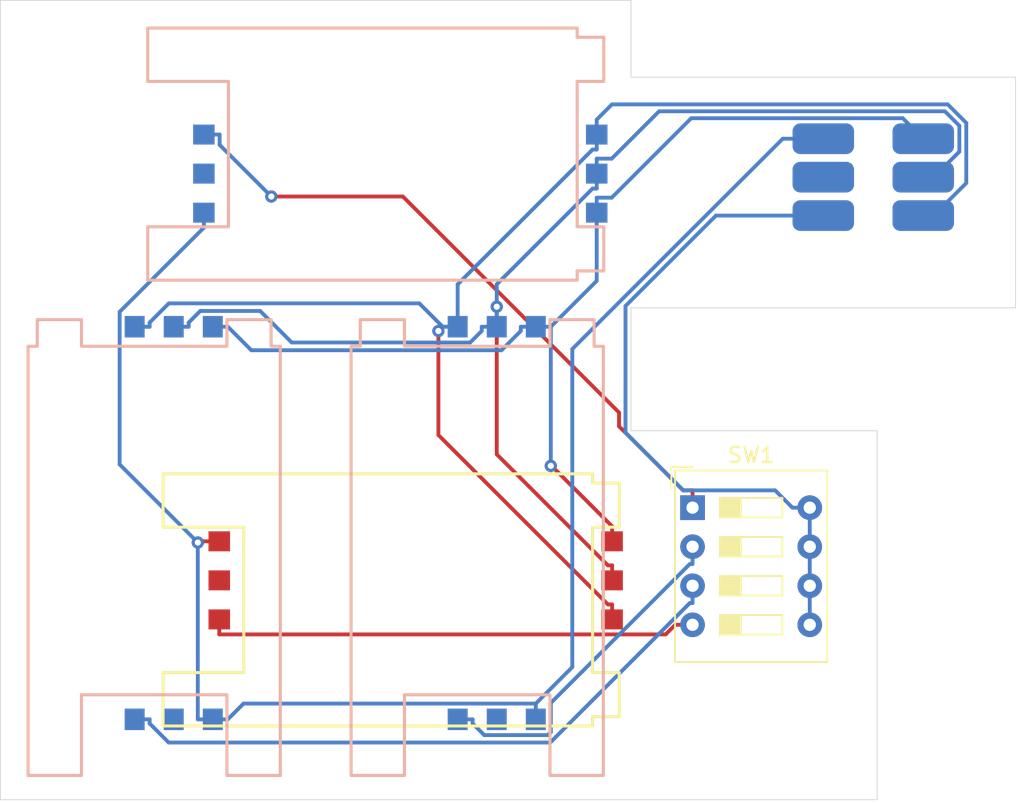
<source format=kicad_pcb>
(kicad_pcb (version 20171130) (host pcbnew 5.1.5+dfsg1-2build2)

  (general
    (thickness 1.6)
    (drawings 10)
    (tracks 129)
    (zones 0)
    (modules 6)
    (nets 15)
  )

  (page A4)
  (layers
    (0 F.Cu signal)
    (31 B.Cu signal)
    (32 B.Adhes user)
    (33 F.Adhes user)
    (34 B.Paste user)
    (35 F.Paste user)
    (36 B.SilkS user)
    (37 F.SilkS user)
    (38 B.Mask user)
    (39 F.Mask user)
    (40 Dwgs.User user)
    (41 Cmts.User user)
    (42 Eco1.User user)
    (43 Eco2.User user)
    (44 Edge.Cuts user)
    (45 Margin user)
    (46 B.CrtYd user)
    (47 F.CrtYd user)
    (48 B.Fab user)
    (49 F.Fab user)
  )

  (setup
    (last_trace_width 0.25)
    (trace_clearance 0.2)
    (zone_clearance 0.508)
    (zone_45_only no)
    (trace_min 0.2)
    (via_size 0.8)
    (via_drill 0.4)
    (via_min_size 0.4)
    (via_min_drill 0.3)
    (uvia_size 0.3)
    (uvia_drill 0.1)
    (uvias_allowed no)
    (uvia_min_size 0.2)
    (uvia_min_drill 0.1)
    (edge_width 0.05)
    (segment_width 0.2)
    (pcb_text_width 0.3)
    (pcb_text_size 1.5 1.5)
    (mod_edge_width 0.12)
    (mod_text_size 1 1)
    (mod_text_width 0.15)
    (pad_size 2 4)
    (pad_drill 0)
    (pad_to_mask_clearance 0.051)
    (solder_mask_min_width 0.25)
    (aux_axis_origin 0 0)
    (visible_elements FFFFFFFF)
    (pcbplotparams
      (layerselection 0x010fc_ffffffff)
      (usegerberextensions false)
      (usegerberattributes false)
      (usegerberadvancedattributes false)
      (creategerberjobfile false)
      (excludeedgelayer true)
      (linewidth 0.100000)
      (plotframeref false)
      (viasonmask false)
      (mode 1)
      (useauxorigin false)
      (hpglpennumber 1)
      (hpglpenspeed 20)
      (hpglpendiameter 15.000000)
      (psnegative false)
      (psa4output false)
      (plotreference true)
      (plotvalue true)
      (plotinvisibletext false)
      (padsonsilk false)
      (subtractmaskfromsilk false)
      (outputformat 1)
      (mirror false)
      (drillshape 1)
      (scaleselection 1)
      (outputdirectory ""))
  )

  (net 0 "")
  (net 1 "Net-(J1-PadC1)")
  (net 2 "Net-(J1-PadC2)")
  (net 3 "Net-(J1-PadC3)")
  (net 4 "Net-(J1-PadC5)")
  (net 5 "Net-(J1-PadC6)")
  (net 6 "Net-(J1-PadC7)")
  (net 7 "Net-(J2-PadC6)")
  (net 8 "Net-(J2-PadC7)")
  (net 9 "Net-(J3-PadC6)")
  (net 10 "Net-(J3-PadC7)")
  (net 11 "Net-(J4-Pad6)")
  (net 12 "Net-(J4-Pad7)")
  (net 13 "Net-(J5-PadC6)")
  (net 14 "Net-(J5-PadC7)")

  (net_class Default "Esta es la clase de red por defecto."
    (clearance 0.2)
    (trace_width 0.25)
    (via_dia 0.8)
    (via_drill 0.4)
    (uvia_dia 0.3)
    (uvia_drill 0.1)
    (add_net "Net-(J1-PadC1)")
    (add_net "Net-(J1-PadC2)")
    (add_net "Net-(J1-PadC3)")
    (add_net "Net-(J1-PadC5)")
    (add_net "Net-(J1-PadC6)")
    (add_net "Net-(J1-PadC7)")
    (add_net "Net-(J2-PadC6)")
    (add_net "Net-(J2-PadC7)")
    (add_net "Net-(J3-PadC6)")
    (add_net "Net-(J3-PadC7)")
    (add_net "Net-(J4-Pad6)")
    (add_net "Net-(J4-Pad7)")
    (add_net "Net-(J5-PadC6)")
    (add_net "Net-(J5-PadC7)")
  )

  (module Button_Switch_THT:SW_DIP_SPSTx04_Slide_9.78x12.34mm_W7.62mm_P2.54mm (layer F.Cu) (tedit 5A4E1404) (tstamp 61B9E789)
    (at 143 75)
    (descr "4x-dip-switch SPST , Slide, row spacing 7.62 mm (300 mils), body size 9.78x12.34mm (see e.g. https://www.ctscorp.com/wp-content/uploads/206-208.pdf)")
    (tags "DIP Switch SPST Slide 7.62mm 300mil")
    (path /61B939C0)
    (fp_text reference SW1 (at 3.81 -3.42) (layer F.SilkS)
      (effects (font (size 1 1) (thickness 0.15)))
    )
    (fp_text value SW_DIP (at 3.81 11.04) (layer F.Fab)
      (effects (font (size 1 1) (thickness 0.15)))
    )
    (fp_text user on (at 5.365 -1.4975) (layer F.Fab)
      (effects (font (size 0.8 0.8) (thickness 0.12)))
    )
    (fp_text user %R (at 7.27 3.81 90) (layer F.Fab)
      (effects (font (size 0.8 0.8) (thickness 0.12)))
    )
    (fp_line (start 8.95 -2.7) (end -1.35 -2.7) (layer F.CrtYd) (width 0.05))
    (fp_line (start 8.95 10.3) (end 8.95 -2.7) (layer F.CrtYd) (width 0.05))
    (fp_line (start -1.35 10.3) (end 8.95 10.3) (layer F.CrtYd) (width 0.05))
    (fp_line (start -1.35 -2.7) (end -1.35 10.3) (layer F.CrtYd) (width 0.05))
    (fp_line (start 3.133333 6.985) (end 3.133333 8.255) (layer F.SilkS) (width 0.12))
    (fp_line (start 1.78 8.185) (end 3.133333 8.185) (layer F.SilkS) (width 0.12))
    (fp_line (start 1.78 8.065) (end 3.133333 8.065) (layer F.SilkS) (width 0.12))
    (fp_line (start 1.78 7.945) (end 3.133333 7.945) (layer F.SilkS) (width 0.12))
    (fp_line (start 1.78 7.825) (end 3.133333 7.825) (layer F.SilkS) (width 0.12))
    (fp_line (start 1.78 7.705) (end 3.133333 7.705) (layer F.SilkS) (width 0.12))
    (fp_line (start 1.78 7.585) (end 3.133333 7.585) (layer F.SilkS) (width 0.12))
    (fp_line (start 1.78 7.465) (end 3.133333 7.465) (layer F.SilkS) (width 0.12))
    (fp_line (start 1.78 7.345) (end 3.133333 7.345) (layer F.SilkS) (width 0.12))
    (fp_line (start 1.78 7.225) (end 3.133333 7.225) (layer F.SilkS) (width 0.12))
    (fp_line (start 1.78 7.105) (end 3.133333 7.105) (layer F.SilkS) (width 0.12))
    (fp_line (start 5.84 6.985) (end 1.78 6.985) (layer F.SilkS) (width 0.12))
    (fp_line (start 5.84 8.255) (end 5.84 6.985) (layer F.SilkS) (width 0.12))
    (fp_line (start 1.78 8.255) (end 5.84 8.255) (layer F.SilkS) (width 0.12))
    (fp_line (start 1.78 6.985) (end 1.78 8.255) (layer F.SilkS) (width 0.12))
    (fp_line (start 3.133333 4.445) (end 3.133333 5.715) (layer F.SilkS) (width 0.12))
    (fp_line (start 1.78 5.645) (end 3.133333 5.645) (layer F.SilkS) (width 0.12))
    (fp_line (start 1.78 5.525) (end 3.133333 5.525) (layer F.SilkS) (width 0.12))
    (fp_line (start 1.78 5.405) (end 3.133333 5.405) (layer F.SilkS) (width 0.12))
    (fp_line (start 1.78 5.285) (end 3.133333 5.285) (layer F.SilkS) (width 0.12))
    (fp_line (start 1.78 5.165) (end 3.133333 5.165) (layer F.SilkS) (width 0.12))
    (fp_line (start 1.78 5.045) (end 3.133333 5.045) (layer F.SilkS) (width 0.12))
    (fp_line (start 1.78 4.925) (end 3.133333 4.925) (layer F.SilkS) (width 0.12))
    (fp_line (start 1.78 4.805) (end 3.133333 4.805) (layer F.SilkS) (width 0.12))
    (fp_line (start 1.78 4.685) (end 3.133333 4.685) (layer F.SilkS) (width 0.12))
    (fp_line (start 1.78 4.565) (end 3.133333 4.565) (layer F.SilkS) (width 0.12))
    (fp_line (start 5.84 4.445) (end 1.78 4.445) (layer F.SilkS) (width 0.12))
    (fp_line (start 5.84 5.715) (end 5.84 4.445) (layer F.SilkS) (width 0.12))
    (fp_line (start 1.78 5.715) (end 5.84 5.715) (layer F.SilkS) (width 0.12))
    (fp_line (start 1.78 4.445) (end 1.78 5.715) (layer F.SilkS) (width 0.12))
    (fp_line (start 3.133333 1.905) (end 3.133333 3.175) (layer F.SilkS) (width 0.12))
    (fp_line (start 1.78 3.105) (end 3.133333 3.105) (layer F.SilkS) (width 0.12))
    (fp_line (start 1.78 2.985) (end 3.133333 2.985) (layer F.SilkS) (width 0.12))
    (fp_line (start 1.78 2.865) (end 3.133333 2.865) (layer F.SilkS) (width 0.12))
    (fp_line (start 1.78 2.745) (end 3.133333 2.745) (layer F.SilkS) (width 0.12))
    (fp_line (start 1.78 2.625) (end 3.133333 2.625) (layer F.SilkS) (width 0.12))
    (fp_line (start 1.78 2.505) (end 3.133333 2.505) (layer F.SilkS) (width 0.12))
    (fp_line (start 1.78 2.385) (end 3.133333 2.385) (layer F.SilkS) (width 0.12))
    (fp_line (start 1.78 2.265) (end 3.133333 2.265) (layer F.SilkS) (width 0.12))
    (fp_line (start 1.78 2.145) (end 3.133333 2.145) (layer F.SilkS) (width 0.12))
    (fp_line (start 1.78 2.025) (end 3.133333 2.025) (layer F.SilkS) (width 0.12))
    (fp_line (start 5.84 1.905) (end 1.78 1.905) (layer F.SilkS) (width 0.12))
    (fp_line (start 5.84 3.175) (end 5.84 1.905) (layer F.SilkS) (width 0.12))
    (fp_line (start 1.78 3.175) (end 5.84 3.175) (layer F.SilkS) (width 0.12))
    (fp_line (start 1.78 1.905) (end 1.78 3.175) (layer F.SilkS) (width 0.12))
    (fp_line (start 3.133333 -0.635) (end 3.133333 0.635) (layer F.SilkS) (width 0.12))
    (fp_line (start 1.78 0.565) (end 3.133333 0.565) (layer F.SilkS) (width 0.12))
    (fp_line (start 1.78 0.445) (end 3.133333 0.445) (layer F.SilkS) (width 0.12))
    (fp_line (start 1.78 0.325) (end 3.133333 0.325) (layer F.SilkS) (width 0.12))
    (fp_line (start 1.78 0.205) (end 3.133333 0.205) (layer F.SilkS) (width 0.12))
    (fp_line (start 1.78 0.085) (end 3.133333 0.085) (layer F.SilkS) (width 0.12))
    (fp_line (start 1.78 -0.035) (end 3.133333 -0.035) (layer F.SilkS) (width 0.12))
    (fp_line (start 1.78 -0.155) (end 3.133333 -0.155) (layer F.SilkS) (width 0.12))
    (fp_line (start 1.78 -0.275) (end 3.133333 -0.275) (layer F.SilkS) (width 0.12))
    (fp_line (start 1.78 -0.395) (end 3.133333 -0.395) (layer F.SilkS) (width 0.12))
    (fp_line (start 1.78 -0.515) (end 3.133333 -0.515) (layer F.SilkS) (width 0.12))
    (fp_line (start 5.84 -0.635) (end 1.78 -0.635) (layer F.SilkS) (width 0.12))
    (fp_line (start 5.84 0.635) (end 5.84 -0.635) (layer F.SilkS) (width 0.12))
    (fp_line (start 1.78 0.635) (end 5.84 0.635) (layer F.SilkS) (width 0.12))
    (fp_line (start 1.78 -0.635) (end 1.78 0.635) (layer F.SilkS) (width 0.12))
    (fp_line (start -1.38 -2.66) (end -1.38 -1.277) (layer F.SilkS) (width 0.12))
    (fp_line (start -1.38 -2.66) (end 0.004 -2.66) (layer F.SilkS) (width 0.12))
    (fp_line (start 8.76 -2.42) (end 8.76 10.04) (layer F.SilkS) (width 0.12))
    (fp_line (start -1.14 -2.42) (end -1.14 10.04) (layer F.SilkS) (width 0.12))
    (fp_line (start -1.14 10.04) (end 8.76 10.04) (layer F.SilkS) (width 0.12))
    (fp_line (start -1.14 -2.42) (end 8.76 -2.42) (layer F.SilkS) (width 0.12))
    (fp_line (start 3.133333 6.985) (end 3.133333 8.255) (layer F.Fab) (width 0.1))
    (fp_line (start 1.78 8.185) (end 3.133333 8.185) (layer F.Fab) (width 0.1))
    (fp_line (start 1.78 8.085) (end 3.133333 8.085) (layer F.Fab) (width 0.1))
    (fp_line (start 1.78 7.985) (end 3.133333 7.985) (layer F.Fab) (width 0.1))
    (fp_line (start 1.78 7.885) (end 3.133333 7.885) (layer F.Fab) (width 0.1))
    (fp_line (start 1.78 7.785) (end 3.133333 7.785) (layer F.Fab) (width 0.1))
    (fp_line (start 1.78 7.685) (end 3.133333 7.685) (layer F.Fab) (width 0.1))
    (fp_line (start 1.78 7.585) (end 3.133333 7.585) (layer F.Fab) (width 0.1))
    (fp_line (start 1.78 7.485) (end 3.133333 7.485) (layer F.Fab) (width 0.1))
    (fp_line (start 1.78 7.385) (end 3.133333 7.385) (layer F.Fab) (width 0.1))
    (fp_line (start 1.78 7.285) (end 3.133333 7.285) (layer F.Fab) (width 0.1))
    (fp_line (start 1.78 7.185) (end 3.133333 7.185) (layer F.Fab) (width 0.1))
    (fp_line (start 1.78 7.085) (end 3.133333 7.085) (layer F.Fab) (width 0.1))
    (fp_line (start 5.84 6.985) (end 1.78 6.985) (layer F.Fab) (width 0.1))
    (fp_line (start 5.84 8.255) (end 5.84 6.985) (layer F.Fab) (width 0.1))
    (fp_line (start 1.78 8.255) (end 5.84 8.255) (layer F.Fab) (width 0.1))
    (fp_line (start 1.78 6.985) (end 1.78 8.255) (layer F.Fab) (width 0.1))
    (fp_line (start 3.133333 4.445) (end 3.133333 5.715) (layer F.Fab) (width 0.1))
    (fp_line (start 1.78 5.645) (end 3.133333 5.645) (layer F.Fab) (width 0.1))
    (fp_line (start 1.78 5.545) (end 3.133333 5.545) (layer F.Fab) (width 0.1))
    (fp_line (start 1.78 5.445) (end 3.133333 5.445) (layer F.Fab) (width 0.1))
    (fp_line (start 1.78 5.345) (end 3.133333 5.345) (layer F.Fab) (width 0.1))
    (fp_line (start 1.78 5.245) (end 3.133333 5.245) (layer F.Fab) (width 0.1))
    (fp_line (start 1.78 5.145) (end 3.133333 5.145) (layer F.Fab) (width 0.1))
    (fp_line (start 1.78 5.045) (end 3.133333 5.045) (layer F.Fab) (width 0.1))
    (fp_line (start 1.78 4.945) (end 3.133333 4.945) (layer F.Fab) (width 0.1))
    (fp_line (start 1.78 4.845) (end 3.133333 4.845) (layer F.Fab) (width 0.1))
    (fp_line (start 1.78 4.745) (end 3.133333 4.745) (layer F.Fab) (width 0.1))
    (fp_line (start 1.78 4.645) (end 3.133333 4.645) (layer F.Fab) (width 0.1))
    (fp_line (start 1.78 4.545) (end 3.133333 4.545) (layer F.Fab) (width 0.1))
    (fp_line (start 5.84 4.445) (end 1.78 4.445) (layer F.Fab) (width 0.1))
    (fp_line (start 5.84 5.715) (end 5.84 4.445) (layer F.Fab) (width 0.1))
    (fp_line (start 1.78 5.715) (end 5.84 5.715) (layer F.Fab) (width 0.1))
    (fp_line (start 1.78 4.445) (end 1.78 5.715) (layer F.Fab) (width 0.1))
    (fp_line (start 3.133333 1.905) (end 3.133333 3.175) (layer F.Fab) (width 0.1))
    (fp_line (start 1.78 3.105) (end 3.133333 3.105) (layer F.Fab) (width 0.1))
    (fp_line (start 1.78 3.005) (end 3.133333 3.005) (layer F.Fab) (width 0.1))
    (fp_line (start 1.78 2.905) (end 3.133333 2.905) (layer F.Fab) (width 0.1))
    (fp_line (start 1.78 2.805) (end 3.133333 2.805) (layer F.Fab) (width 0.1))
    (fp_line (start 1.78 2.705) (end 3.133333 2.705) (layer F.Fab) (width 0.1))
    (fp_line (start 1.78 2.605) (end 3.133333 2.605) (layer F.Fab) (width 0.1))
    (fp_line (start 1.78 2.505) (end 3.133333 2.505) (layer F.Fab) (width 0.1))
    (fp_line (start 1.78 2.405) (end 3.133333 2.405) (layer F.Fab) (width 0.1))
    (fp_line (start 1.78 2.305) (end 3.133333 2.305) (layer F.Fab) (width 0.1))
    (fp_line (start 1.78 2.205) (end 3.133333 2.205) (layer F.Fab) (width 0.1))
    (fp_line (start 1.78 2.105) (end 3.133333 2.105) (layer F.Fab) (width 0.1))
    (fp_line (start 1.78 2.005) (end 3.133333 2.005) (layer F.Fab) (width 0.1))
    (fp_line (start 5.84 1.905) (end 1.78 1.905) (layer F.Fab) (width 0.1))
    (fp_line (start 5.84 3.175) (end 5.84 1.905) (layer F.Fab) (width 0.1))
    (fp_line (start 1.78 3.175) (end 5.84 3.175) (layer F.Fab) (width 0.1))
    (fp_line (start 1.78 1.905) (end 1.78 3.175) (layer F.Fab) (width 0.1))
    (fp_line (start 3.133333 -0.635) (end 3.133333 0.635) (layer F.Fab) (width 0.1))
    (fp_line (start 1.78 0.565) (end 3.133333 0.565) (layer F.Fab) (width 0.1))
    (fp_line (start 1.78 0.465) (end 3.133333 0.465) (layer F.Fab) (width 0.1))
    (fp_line (start 1.78 0.365) (end 3.133333 0.365) (layer F.Fab) (width 0.1))
    (fp_line (start 1.78 0.265) (end 3.133333 0.265) (layer F.Fab) (width 0.1))
    (fp_line (start 1.78 0.165) (end 3.133333 0.165) (layer F.Fab) (width 0.1))
    (fp_line (start 1.78 0.065) (end 3.133333 0.065) (layer F.Fab) (width 0.1))
    (fp_line (start 1.78 -0.035) (end 3.133333 -0.035) (layer F.Fab) (width 0.1))
    (fp_line (start 1.78 -0.135) (end 3.133333 -0.135) (layer F.Fab) (width 0.1))
    (fp_line (start 1.78 -0.235) (end 3.133333 -0.235) (layer F.Fab) (width 0.1))
    (fp_line (start 1.78 -0.335) (end 3.133333 -0.335) (layer F.Fab) (width 0.1))
    (fp_line (start 1.78 -0.435) (end 3.133333 -0.435) (layer F.Fab) (width 0.1))
    (fp_line (start 1.78 -0.535) (end 3.133333 -0.535) (layer F.Fab) (width 0.1))
    (fp_line (start 5.84 -0.635) (end 1.78 -0.635) (layer F.Fab) (width 0.1))
    (fp_line (start 5.84 0.635) (end 5.84 -0.635) (layer F.Fab) (width 0.1))
    (fp_line (start 1.78 0.635) (end 5.84 0.635) (layer F.Fab) (width 0.1))
    (fp_line (start 1.78 -0.635) (end 1.78 0.635) (layer F.Fab) (width 0.1))
    (fp_line (start -1.08 -1.36) (end -0.08 -2.36) (layer F.Fab) (width 0.1))
    (fp_line (start -1.08 9.98) (end -1.08 -1.36) (layer F.Fab) (width 0.1))
    (fp_line (start 8.7 9.98) (end -1.08 9.98) (layer F.Fab) (width 0.1))
    (fp_line (start 8.7 -2.36) (end 8.7 9.98) (layer F.Fab) (width 0.1))
    (fp_line (start -0.08 -2.36) (end 8.7 -2.36) (layer F.Fab) (width 0.1))
    (pad 8 thru_hole oval (at 7.62 0) (size 1.6 1.6) (drill 0.8) (layers *.Cu *.Mask)
      (net 12 "Net-(J4-Pad7)"))
    (pad 4 thru_hole oval (at 0 7.62) (size 1.6 1.6) (drill 0.8) (layers *.Cu *.Mask)
      (net 14 "Net-(J5-PadC7)"))
    (pad 7 thru_hole oval (at 7.62 2.54) (size 1.6 1.6) (drill 0.8) (layers *.Cu *.Mask)
      (net 12 "Net-(J4-Pad7)"))
    (pad 3 thru_hole oval (at 0 5.08) (size 1.6 1.6) (drill 0.8) (layers *.Cu *.Mask)
      (net 10 "Net-(J3-PadC7)"))
    (pad 6 thru_hole oval (at 7.62 5.08) (size 1.6 1.6) (drill 0.8) (layers *.Cu *.Mask)
      (net 12 "Net-(J4-Pad7)"))
    (pad 2 thru_hole oval (at 0 2.54) (size 1.6 1.6) (drill 0.8) (layers *.Cu *.Mask)
      (net 8 "Net-(J2-PadC7)"))
    (pad 5 thru_hole oval (at 7.62 7.62) (size 1.6 1.6) (drill 0.8) (layers *.Cu *.Mask)
      (net 12 "Net-(J4-Pad7)"))
    (pad 1 thru_hole rect (at 0 0) (size 1.6 1.6) (drill 0.8) (layers *.Cu *.Mask)
      (net 6 "Net-(J1-PadC7)"))
    (model ${KISYS3DMOD}/Button_Switch_THT.3dshapes/SW_DIP_SPSTx04_Slide_9.78x12.34mm_W7.62mm_P2.54mm.wrl
      (at (xyz 0 0 0))
      (scale (xyz 1 1 1))
      (rotate (xyz 0 0 90))
    )
  )

  (module IoT-JOIN:GCT_SIM5060-6-0-26-00-X_REVC1 (layer B.Cu) (tedit 619286C4) (tstamp 61B81D84)
    (at 124 52 90)
    (path /61928C25)
    (fp_text reference J1 (at -3.795115 15.015535 90) (layer B.SilkS) hide
      (effects (font (size 1.600055 1.600055) (thickness 0.15)) (justify mirror))
    )
    (fp_text value SIM1 (at 0 -18.27946 90) (layer B.Fab)
      (effects (font (size 1.601795 1.601795) (thickness 0.15)) (justify mirror))
    )
    (fp_line (start 7.6 11.5) (end 8.2 11.5) (layer Dwgs.User) (width 0.1))
    (fp_line (start 4.73 13.23) (end 7.6 13.23) (layer Dwgs.User) (width 0.1))
    (fp_line (start 7.6 11.5) (end 7.6 13.23) (layer Dwgs.User) (width 0.1))
    (fp_line (start -8.2 -16.42) (end -4.73 -16.42) (layer Dwgs.User) (width 0.1))
    (fp_line (start -8.2 -16.42) (end -8.2 11.5) (layer Dwgs.User) (width 0.1))
    (fp_line (start -8.2 11.5) (end -7.6 11.5) (layer Dwgs.User) (width 0.1))
    (fp_line (start -7.6 11.5) (end -7.6 13.23) (layer Dwgs.User) (width 0.1))
    (fp_line (start 4.73 -16.42) (end 4.73 -11.175) (layer Dwgs.User) (width 0.1))
    (fp_line (start -4.73 -11.175) (end 4.73 -11.175) (layer Dwgs.User) (width 0.1))
    (fp_line (start 4.73 -16.42) (end 8.2 -16.42) (layer Dwgs.User) (width 0.1))
    (fp_line (start -7.6 13.23) (end -4.73 13.23) (layer Dwgs.User) (width 0.1))
    (fp_line (start -4.73 11.5) (end -4.73 13.23) (layer Dwgs.User) (width 0.1))
    (fp_line (start -4.73 11.5) (end 4.73 11.5) (layer Dwgs.User) (width 0.1))
    (fp_line (start -4.73 -16.42) (end -4.73 -11.175) (layer Dwgs.User) (width 0.1))
    (fp_line (start 8.2 -16.42) (end 8.2 11.5) (layer Dwgs.User) (width 0.1))
    (fp_line (start 4.73 11.5) (end 4.73 13.23) (layer Dwgs.User) (width 0.1))
    (fp_line (start -8.85 13.72) (end 8.85 13.72) (layer B.CrtYd) (width 0.05))
    (fp_line (start 0 -0.5) (end 0 0.5) (layer B.CrtYd) (width 0.1))
    (fp_line (start -0.5 0) (end 0.5 0) (layer B.CrtYd) (width 0.1))
    (fp_line (start -8.85 -16.67) (end 8.85 -16.67) (layer B.CrtYd) (width 0.05))
    (fp_line (start -8.85 -16.67) (end -8.85 13.72) (layer B.CrtYd) (width 0.05))
    (fp_line (start 8.85 -16.67) (end 8.85 13.72) (layer B.CrtYd) (width 0.05))
    (fp_line (start 7.6 11.5) (end 8.2 11.5) (layer B.SilkS) (width 0.2))
    (fp_line (start -8.2 -16.42) (end -4.73 -16.42) (layer B.SilkS) (width 0.2))
    (fp_line (start 4.73 13.23) (end 7.6 13.23) (layer B.SilkS) (width 0.2))
    (fp_line (start 7.6 11.5) (end 7.6 13.23) (layer B.SilkS) (width 0.2))
    (fp_line (start -8.2 11.5) (end -7.6 11.5) (layer B.SilkS) (width 0.2))
    (fp_line (start -7.6 11.5) (end -7.6 13.23) (layer B.SilkS) (width 0.2))
    (fp_line (start -8.2 -16.42) (end -8.2 11.5) (layer B.SilkS) (width 0.2))
    (fp_line (start 4.73 -16.42) (end 4.73 -11.175) (layer B.SilkS) (width 0.2))
    (fp_line (start -4.73 -11.175) (end 4.73 -11.175) (layer B.SilkS) (width 0.2))
    (fp_line (start 4.73 -16.42) (end 8.2 -16.42) (layer B.SilkS) (width 0.2))
    (fp_line (start -7.6 13.23) (end -4.73 13.23) (layer B.SilkS) (width 0.2))
    (fp_line (start -4.73 11.5) (end -4.73 13.23) (layer B.SilkS) (width 0.2))
    (fp_line (start -4.73 -16.42) (end -4.73 -11.175) (layer B.SilkS) (width 0.2))
    (fp_line (start -4.73 11.5) (end 4.73 11.5) (layer B.SilkS) (width 0.2))
    (fp_line (start 8.2 -16.42) (end 8.2 11.5) (layer B.SilkS) (width 0.2))
    (fp_line (start 4.73 11.5) (end 4.73 13.23) (layer B.SilkS) (width 0.2))
    (fp_poly (pts (xy -4.66 2.33) (xy -2.96 2.33) (xy -2.96 9.23) (xy -4.66 9.23)) (layer B.CrtYd) (width 0.254))
    (fp_poly (pts (xy 0.42 -9.23) (xy 2.12 -9.23) (xy 2.12 -2.33) (xy 0.42 -2.33)) (layer B.CrtYd) (width 0.254))
    (fp_poly (pts (xy -2.12 2.33) (xy -0.42 2.33) (xy -0.42 9.23) (xy -2.12 9.23)) (layer B.CrtYd) (width 0.254))
    (fp_poly (pts (xy -2.12 -9.23) (xy -0.42 -9.23) (xy -0.42 -2.33) (xy -2.12 -2.33)) (layer B.CrtYd) (width 0.254))
    (fp_poly (pts (xy 0.42 2.33) (xy 2.12 2.33) (xy 2.12 9.23) (xy 0.42 9.23)) (layer B.CrtYd) (width 0.254))
    (fp_poly (pts (xy -4.66 -9.23) (xy -2.96 -9.23) (xy -2.96 -2.33) (xy -4.66 -2.33)) (layer B.CrtYd) (width 0.254))
    (pad C1 smd rect (at -3.81 12.77 90) (size 1.3 1.4) (layers B.Cu B.Paste B.Mask)
      (net 1 "Net-(J1-PadC1)"))
    (pad C2 smd rect (at -1.27 12.77 90) (size 1.3 1.4) (layers B.Cu B.Paste B.Mask)
      (net 2 "Net-(J1-PadC2)"))
    (pad C3 smd rect (at 1.27 12.77 90) (size 1.3 1.4) (layers B.Cu B.Paste B.Mask)
      (net 3 "Net-(J1-PadC3)"))
    (pad C5 smd rect (at -3.81 -12.77 90) (size 1.3 1.4) (layers B.Cu B.Paste B.Mask)
      (net 4 "Net-(J1-PadC5)"))
    (pad C6 smd rect (at -1.27 -12.77 90) (size 1.3 1.4) (layers B.Cu B.Paste B.Mask)
      (net 5 "Net-(J1-PadC6)"))
    (pad C7 smd rect (at 1.27 -12.77 90) (size 1.3 1.4) (layers B.Cu B.Paste B.Mask)
      (net 6 "Net-(J1-PadC7)"))
  )

  (module IoT-JOIN:GCT_SIM5060-6-0-26-00-X_REVC1 (layer F.Cu) (tedit 619286C4) (tstamp 61B7F29E)
    (at 125 81 270)
    (path /61B7C701)
    (fp_text reference J5 (at -3.795115 -15.015535 270) (layer F.SilkS) hide
      (effects (font (size 1.600055 1.600055) (thickness 0.15)))
    )
    (fp_text value SIM4 (at -1.25 18 270) (layer F.Fab)
      (effects (font (size 1.601795 1.601795) (thickness 0.15)))
    )
    (fp_line (start 7.6 -11.5) (end 8.2 -11.5) (layer Dwgs.User) (width 0.1))
    (fp_line (start 4.73 -13.23) (end 7.6 -13.23) (layer Dwgs.User) (width 0.1))
    (fp_line (start 7.6 -11.5) (end 7.6 -13.23) (layer Dwgs.User) (width 0.1))
    (fp_line (start -8.2 16.42) (end -4.73 16.42) (layer Dwgs.User) (width 0.1))
    (fp_line (start -8.2 16.42) (end -8.2 -11.5) (layer Dwgs.User) (width 0.1))
    (fp_line (start -8.2 -11.5) (end -7.6 -11.5) (layer Dwgs.User) (width 0.1))
    (fp_line (start -7.6 -11.5) (end -7.6 -13.23) (layer Dwgs.User) (width 0.1))
    (fp_line (start 4.73 16.42) (end 4.73 11.175) (layer Dwgs.User) (width 0.1))
    (fp_line (start -4.73 11.175) (end 4.73 11.175) (layer Dwgs.User) (width 0.1))
    (fp_line (start 4.73 16.42) (end 8.2 16.42) (layer Dwgs.User) (width 0.1))
    (fp_line (start -7.6 -13.23) (end -4.73 -13.23) (layer Dwgs.User) (width 0.1))
    (fp_line (start -4.73 -11.5) (end -4.73 -13.23) (layer Dwgs.User) (width 0.1))
    (fp_line (start -4.73 -11.5) (end 4.73 -11.5) (layer Dwgs.User) (width 0.1))
    (fp_line (start -4.73 16.42) (end -4.73 11.175) (layer Dwgs.User) (width 0.1))
    (fp_line (start 8.2 16.42) (end 8.2 -11.5) (layer Dwgs.User) (width 0.1))
    (fp_line (start 4.73 -11.5) (end 4.73 -13.23) (layer Dwgs.User) (width 0.1))
    (fp_line (start -8.85 -13.72) (end 8.85 -13.72) (layer F.CrtYd) (width 0.05))
    (fp_line (start 0 0.5) (end 0 -0.5) (layer F.CrtYd) (width 0.1))
    (fp_line (start -0.5 0) (end 0.5 0) (layer F.CrtYd) (width 0.1))
    (fp_line (start -8.85 16.67) (end 8.85 16.67) (layer F.CrtYd) (width 0.05))
    (fp_line (start -8.85 16.67) (end -8.85 -13.72) (layer F.CrtYd) (width 0.05))
    (fp_line (start 8.85 16.67) (end 8.85 -13.72) (layer F.CrtYd) (width 0.05))
    (fp_line (start 7.6 -11.5) (end 8.2 -11.5) (layer F.SilkS) (width 0.2))
    (fp_line (start -8.2 16.42) (end -4.73 16.42) (layer F.SilkS) (width 0.2))
    (fp_line (start 4.73 -13.23) (end 7.6 -13.23) (layer F.SilkS) (width 0.2))
    (fp_line (start 7.6 -11.5) (end 7.6 -13.23) (layer F.SilkS) (width 0.2))
    (fp_line (start -8.2 -11.5) (end -7.6 -11.5) (layer F.SilkS) (width 0.2))
    (fp_line (start -7.6 -11.5) (end -7.6 -13.23) (layer F.SilkS) (width 0.2))
    (fp_line (start -8.2 16.42) (end -8.2 -11.5) (layer F.SilkS) (width 0.2))
    (fp_line (start 4.73 16.42) (end 4.73 11.175) (layer F.SilkS) (width 0.2))
    (fp_line (start -4.73 11.175) (end 4.73 11.175) (layer F.SilkS) (width 0.2))
    (fp_line (start 4.73 16.42) (end 8.2 16.42) (layer F.SilkS) (width 0.2))
    (fp_line (start -7.6 -13.23) (end -4.73 -13.23) (layer F.SilkS) (width 0.2))
    (fp_line (start -4.73 -11.5) (end -4.73 -13.23) (layer F.SilkS) (width 0.2))
    (fp_line (start -4.73 16.42) (end -4.73 11.175) (layer F.SilkS) (width 0.2))
    (fp_line (start -4.73 -11.5) (end 4.73 -11.5) (layer F.SilkS) (width 0.2))
    (fp_line (start 8.2 16.42) (end 8.2 -11.5) (layer F.SilkS) (width 0.2))
    (fp_line (start 4.73 -11.5) (end 4.73 -13.23) (layer F.SilkS) (width 0.2))
    (fp_poly (pts (xy -4.66 -2.33) (xy -2.96 -2.33) (xy -2.96 -9.23) (xy -4.66 -9.23)) (layer F.CrtYd) (width 0.254))
    (fp_poly (pts (xy 0.42 9.23) (xy 2.12 9.23) (xy 2.12 2.33) (xy 0.42 2.33)) (layer F.CrtYd) (width 0.254))
    (fp_poly (pts (xy -2.12 -2.33) (xy -0.42 -2.33) (xy -0.42 -9.23) (xy -2.12 -9.23)) (layer F.CrtYd) (width 0.254))
    (fp_poly (pts (xy -2.12 9.23) (xy -0.42 9.23) (xy -0.42 2.33) (xy -2.12 2.33)) (layer F.CrtYd) (width 0.254))
    (fp_poly (pts (xy 0.42 -2.33) (xy 2.12 -2.33) (xy 2.12 -9.23) (xy 0.42 -9.23)) (layer F.CrtYd) (width 0.254))
    (fp_poly (pts (xy -4.66 9.23) (xy -2.96 9.23) (xy -2.96 2.33) (xy -4.66 2.33)) (layer F.CrtYd) (width 0.254))
    (pad C1 smd rect (at -3.81 -12.77 270) (size 1.3 1.4) (layers F.Cu F.Paste F.Mask)
      (net 1 "Net-(J1-PadC1)"))
    (pad C2 smd rect (at -1.27 -12.77 270) (size 1.3 1.4) (layers F.Cu F.Paste F.Mask)
      (net 2 "Net-(J1-PadC2)"))
    (pad C3 smd rect (at 1.27 -12.77 270) (size 1.3 1.4) (layers F.Cu F.Paste F.Mask)
      (net 3 "Net-(J1-PadC3)"))
    (pad C5 smd rect (at -3.81 12.77 270) (size 1.3 1.4) (layers F.Cu F.Paste F.Mask)
      (net 4 "Net-(J1-PadC5)"))
    (pad C6 smd rect (at -1.27 12.77 270) (size 1.3 1.4) (layers F.Cu F.Paste F.Mask)
      (net 13 "Net-(J5-PadC6)"))
    (pad C7 smd rect (at 1.27 12.77 270) (size 1.3 1.4) (layers F.Cu F.Paste F.Mask)
      (net 14 "Net-(J5-PadC7)"))
  )

  (module IoT-JOIN:SIM_CARD (layer B.Cu) (tedit 61B3D3DE) (tstamp 61B9E156)
    (at 164 47 270)
    (path /6192BD50)
    (fp_text reference J4 (at -3 10.5 270) (layer B.SilkS) hide
      (effects (font (size 1.600055 1.600055) (thickness 0.15)) (justify mirror))
    )
    (fp_text value SIM_Card (at 7 20 270) (layer B.Fab)
      (effects (font (size 1.601795 1.601795) (thickness 0.15)) (justify mirror))
    )
    (fp_line (start 15 0) (end 0 0) (layer B.CrtYd) (width 0.12))
    (fp_line (start 15 22) (end 15 0) (layer B.CrtYd) (width 0.12))
    (fp_line (start 12 25) (end 15 22) (layer B.CrtYd) (width 0.12))
    (fp_line (start 0 25) (end 12 25) (layer B.CrtYd) (width 0.12))
    (fp_line (start 0 0) (end 0 25) (layer B.CrtYd) (width 0.12))
    (fp_line (start 0 -0.5) (end 0 0.5) (layer B.CrtYd) (width 0.1))
    (fp_line (start -0.5 0) (end 0.5 0) (layer B.CrtYd) (width 0.1))
    (pad 1 connect roundrect (at 4 6 270) (size 2 4) (layers B.Cu B.Mask) (roundrect_rratio 0.25)
      (net 1 "Net-(J1-PadC1)"))
    (pad 2 connect roundrect (at 6.5 6 270) (size 2 4) (layers B.Cu B.Mask) (roundrect_rratio 0.25)
      (net 2 "Net-(J1-PadC2)"))
    (pad 3 connect roundrect (at 9 6 270) (size 2 4) (layers B.Cu B.Mask) (roundrect_rratio 0.25)
      (net 3 "Net-(J1-PadC3)"))
    (pad 5 connect roundrect (at 4 12.5 270) (size 2 4) (layers B.Cu B.Mask) (roundrect_rratio 0.25)
      (net 4 "Net-(J1-PadC5)"))
    (pad 6 connect roundrect (at 6.5 12.5 270) (size 2 4) (layers B.Cu B.Mask) (roundrect_rratio 0.25)
      (net 11 "Net-(J4-Pad6)"))
    (pad 7 connect roundrect (at 9 12.5 270) (size 2 4) (layers B.Cu B.Mask) (roundrect_rratio 0.25)
      (net 12 "Net-(J4-Pad7)"))
  )

  (module IoT-JOIN:GCT_SIM5060-6-0-26-00-X_REVC1 (layer B.Cu) (tedit 619286C4) (tstamp 61B7F257)
    (at 108 76 180)
    (path /619299C5)
    (fp_text reference J3 (at -3.795115 15.015535) (layer B.SilkS) hide
      (effects (font (size 1.600055 1.600055) (thickness 0.15)) (justify mirror))
    )
    (fp_text value SIM3 (at 0 -17) (layer B.Fab)
      (effects (font (size 1.601795 1.601795) (thickness 0.15)) (justify mirror))
    )
    (fp_line (start 7.6 11.5) (end 8.2 11.5) (layer Dwgs.User) (width 0.1))
    (fp_line (start 4.73 13.23) (end 7.6 13.23) (layer Dwgs.User) (width 0.1))
    (fp_line (start 7.6 11.5) (end 7.6 13.23) (layer Dwgs.User) (width 0.1))
    (fp_line (start -8.2 -16.42) (end -4.73 -16.42) (layer Dwgs.User) (width 0.1))
    (fp_line (start -8.2 -16.42) (end -8.2 11.5) (layer Dwgs.User) (width 0.1))
    (fp_line (start -8.2 11.5) (end -7.6 11.5) (layer Dwgs.User) (width 0.1))
    (fp_line (start -7.6 11.5) (end -7.6 13.23) (layer Dwgs.User) (width 0.1))
    (fp_line (start 4.73 -16.42) (end 4.73 -11.175) (layer Dwgs.User) (width 0.1))
    (fp_line (start -4.73 -11.175) (end 4.73 -11.175) (layer Dwgs.User) (width 0.1))
    (fp_line (start 4.73 -16.42) (end 8.2 -16.42) (layer Dwgs.User) (width 0.1))
    (fp_line (start -7.6 13.23) (end -4.73 13.23) (layer Dwgs.User) (width 0.1))
    (fp_line (start -4.73 11.5) (end -4.73 13.23) (layer Dwgs.User) (width 0.1))
    (fp_line (start -4.73 11.5) (end 4.73 11.5) (layer Dwgs.User) (width 0.1))
    (fp_line (start -4.73 -16.42) (end -4.73 -11.175) (layer Dwgs.User) (width 0.1))
    (fp_line (start 8.2 -16.42) (end 8.2 11.5) (layer Dwgs.User) (width 0.1))
    (fp_line (start 4.73 11.5) (end 4.73 13.23) (layer Dwgs.User) (width 0.1))
    (fp_line (start -8.85 13.72) (end 8.85 13.72) (layer B.CrtYd) (width 0.05))
    (fp_line (start 0 -0.5) (end 0 0.5) (layer B.CrtYd) (width 0.1))
    (fp_line (start -0.5 0) (end 0.5 0) (layer B.CrtYd) (width 0.1))
    (fp_line (start -8.85 -16.67) (end 8.85 -16.67) (layer B.CrtYd) (width 0.05))
    (fp_line (start -8.85 -16.67) (end -8.85 13.72) (layer B.CrtYd) (width 0.05))
    (fp_line (start 8.85 -16.67) (end 8.85 13.72) (layer B.CrtYd) (width 0.05))
    (fp_line (start 7.6 11.5) (end 8.2 11.5) (layer B.SilkS) (width 0.2))
    (fp_line (start -8.2 -16.42) (end -4.73 -16.42) (layer B.SilkS) (width 0.2))
    (fp_line (start 4.73 13.23) (end 7.6 13.23) (layer B.SilkS) (width 0.2))
    (fp_line (start 7.6 11.5) (end 7.6 13.23) (layer B.SilkS) (width 0.2))
    (fp_line (start -8.2 11.5) (end -7.6 11.5) (layer B.SilkS) (width 0.2))
    (fp_line (start -7.6 11.5) (end -7.6 13.23) (layer B.SilkS) (width 0.2))
    (fp_line (start -8.2 -16.42) (end -8.2 11.5) (layer B.SilkS) (width 0.2))
    (fp_line (start 4.73 -16.42) (end 4.73 -11.175) (layer B.SilkS) (width 0.2))
    (fp_line (start -4.73 -11.175) (end 4.73 -11.175) (layer B.SilkS) (width 0.2))
    (fp_line (start 4.73 -16.42) (end 8.2 -16.42) (layer B.SilkS) (width 0.2))
    (fp_line (start -7.6 13.23) (end -4.73 13.23) (layer B.SilkS) (width 0.2))
    (fp_line (start -4.73 11.5) (end -4.73 13.23) (layer B.SilkS) (width 0.2))
    (fp_line (start -4.73 -16.42) (end -4.73 -11.175) (layer B.SilkS) (width 0.2))
    (fp_line (start -4.73 11.5) (end 4.73 11.5) (layer B.SilkS) (width 0.2))
    (fp_line (start 8.2 -16.42) (end 8.2 11.5) (layer B.SilkS) (width 0.2))
    (fp_line (start 4.73 11.5) (end 4.73 13.23) (layer B.SilkS) (width 0.2))
    (fp_poly (pts (xy -4.66 2.33) (xy -2.96 2.33) (xy -2.96 9.23) (xy -4.66 9.23)) (layer B.CrtYd) (width 0.254))
    (fp_poly (pts (xy 0.42 -9.23) (xy 2.12 -9.23) (xy 2.12 -2.33) (xy 0.42 -2.33)) (layer B.CrtYd) (width 0.254))
    (fp_poly (pts (xy -2.12 2.33) (xy -0.42 2.33) (xy -0.42 9.23) (xy -2.12 9.23)) (layer B.CrtYd) (width 0.254))
    (fp_poly (pts (xy -2.12 -9.23) (xy -0.42 -9.23) (xy -0.42 -2.33) (xy -2.12 -2.33)) (layer B.CrtYd) (width 0.254))
    (fp_poly (pts (xy 0.42 2.33) (xy 2.12 2.33) (xy 2.12 9.23) (xy 0.42 9.23)) (layer B.CrtYd) (width 0.254))
    (fp_poly (pts (xy -4.66 -9.23) (xy -2.96 -9.23) (xy -2.96 -2.33) (xy -4.66 -2.33)) (layer B.CrtYd) (width 0.254))
    (pad C1 smd rect (at -3.81 12.77 180) (size 1.3 1.4) (layers B.Cu B.Paste B.Mask)
      (net 1 "Net-(J1-PadC1)"))
    (pad C2 smd rect (at -1.27 12.77 180) (size 1.3 1.4) (layers B.Cu B.Paste B.Mask)
      (net 2 "Net-(J1-PadC2)"))
    (pad C3 smd rect (at 1.27 12.77 180) (size 1.3 1.4) (layers B.Cu B.Paste B.Mask)
      (net 3 "Net-(J1-PadC3)"))
    (pad C5 smd rect (at -3.81 -12.77 180) (size 1.3 1.4) (layers B.Cu B.Paste B.Mask)
      (net 4 "Net-(J1-PadC5)"))
    (pad C6 smd rect (at -1.27 -12.77 180) (size 1.3 1.4) (layers B.Cu B.Paste B.Mask)
      (net 9 "Net-(J3-PadC6)"))
    (pad C7 smd rect (at 1.27 -12.77 180) (size 1.3 1.4) (layers B.Cu B.Paste B.Mask)
      (net 10 "Net-(J3-PadC7)"))
  )

  (module IoT-JOIN:GCT_SIM5060-6-0-26-00-X_REVC1 (layer B.Cu) (tedit 619286C4) (tstamp 61B7F221)
    (at 129 76 180)
    (path /619294E0)
    (fp_text reference J2 (at -3.795115 15.015535) (layer B.SilkS) hide
      (effects (font (size 1.600055 1.600055) (thickness 0.15)) (justify mirror))
    )
    (fp_text value SIM2 (at 0 -17) (layer B.Fab)
      (effects (font (size 1.601795 1.601795) (thickness 0.15)) (justify mirror))
    )
    (fp_line (start 7.6 11.5) (end 8.2 11.5) (layer Dwgs.User) (width 0.1))
    (fp_line (start 4.73 13.23) (end 7.6 13.23) (layer Dwgs.User) (width 0.1))
    (fp_line (start 7.6 11.5) (end 7.6 13.23) (layer Dwgs.User) (width 0.1))
    (fp_line (start -8.2 -16.42) (end -4.73 -16.42) (layer Dwgs.User) (width 0.1))
    (fp_line (start -8.2 -16.42) (end -8.2 11.5) (layer Dwgs.User) (width 0.1))
    (fp_line (start -8.2 11.5) (end -7.6 11.5) (layer Dwgs.User) (width 0.1))
    (fp_line (start -7.6 11.5) (end -7.6 13.23) (layer Dwgs.User) (width 0.1))
    (fp_line (start 4.73 -16.42) (end 4.73 -11.175) (layer Dwgs.User) (width 0.1))
    (fp_line (start -4.73 -11.175) (end 4.73 -11.175) (layer Dwgs.User) (width 0.1))
    (fp_line (start 4.73 -16.42) (end 8.2 -16.42) (layer Dwgs.User) (width 0.1))
    (fp_line (start -7.6 13.23) (end -4.73 13.23) (layer Dwgs.User) (width 0.1))
    (fp_line (start -4.73 11.5) (end -4.73 13.23) (layer Dwgs.User) (width 0.1))
    (fp_line (start -4.73 11.5) (end 4.73 11.5) (layer Dwgs.User) (width 0.1))
    (fp_line (start -4.73 -16.42) (end -4.73 -11.175) (layer Dwgs.User) (width 0.1))
    (fp_line (start 8.2 -16.42) (end 8.2 11.5) (layer Dwgs.User) (width 0.1))
    (fp_line (start 4.73 11.5) (end 4.73 13.23) (layer Dwgs.User) (width 0.1))
    (fp_line (start -8.85 13.72) (end 8.85 13.72) (layer B.CrtYd) (width 0.05))
    (fp_line (start 0 -0.5) (end 0 0.5) (layer B.CrtYd) (width 0.1))
    (fp_line (start -0.5 0) (end 0.5 0) (layer B.CrtYd) (width 0.1))
    (fp_line (start -8.85 -16.67) (end 8.85 -16.67) (layer B.CrtYd) (width 0.05))
    (fp_line (start -8.85 -16.67) (end -8.85 13.72) (layer B.CrtYd) (width 0.05))
    (fp_line (start 8.85 -16.67) (end 8.85 13.72) (layer B.CrtYd) (width 0.05))
    (fp_line (start 7.6 11.5) (end 8.2 11.5) (layer B.SilkS) (width 0.2))
    (fp_line (start -8.2 -16.42) (end -4.73 -16.42) (layer B.SilkS) (width 0.2))
    (fp_line (start 4.73 13.23) (end 7.6 13.23) (layer B.SilkS) (width 0.2))
    (fp_line (start 7.6 11.5) (end 7.6 13.23) (layer B.SilkS) (width 0.2))
    (fp_line (start -8.2 11.5) (end -7.6 11.5) (layer B.SilkS) (width 0.2))
    (fp_line (start -7.6 11.5) (end -7.6 13.23) (layer B.SilkS) (width 0.2))
    (fp_line (start -8.2 -16.42) (end -8.2 11.5) (layer B.SilkS) (width 0.2))
    (fp_line (start 4.73 -16.42) (end 4.73 -11.175) (layer B.SilkS) (width 0.2))
    (fp_line (start -4.73 -11.175) (end 4.73 -11.175) (layer B.SilkS) (width 0.2))
    (fp_line (start 4.73 -16.42) (end 8.2 -16.42) (layer B.SilkS) (width 0.2))
    (fp_line (start -7.6 13.23) (end -4.73 13.23) (layer B.SilkS) (width 0.2))
    (fp_line (start -4.73 11.5) (end -4.73 13.23) (layer B.SilkS) (width 0.2))
    (fp_line (start -4.73 -16.42) (end -4.73 -11.175) (layer B.SilkS) (width 0.2))
    (fp_line (start -4.73 11.5) (end 4.73 11.5) (layer B.SilkS) (width 0.2))
    (fp_line (start 8.2 -16.42) (end 8.2 11.5) (layer B.SilkS) (width 0.2))
    (fp_line (start 4.73 11.5) (end 4.73 13.23) (layer B.SilkS) (width 0.2))
    (fp_poly (pts (xy -4.66 2.33) (xy -2.96 2.33) (xy -2.96 9.23) (xy -4.66 9.23)) (layer B.CrtYd) (width 0.254))
    (fp_poly (pts (xy 0.42 -9.23) (xy 2.12 -9.23) (xy 2.12 -2.33) (xy 0.42 -2.33)) (layer B.CrtYd) (width 0.254))
    (fp_poly (pts (xy -2.12 2.33) (xy -0.42 2.33) (xy -0.42 9.23) (xy -2.12 9.23)) (layer B.CrtYd) (width 0.254))
    (fp_poly (pts (xy -2.12 -9.23) (xy -0.42 -9.23) (xy -0.42 -2.33) (xy -2.12 -2.33)) (layer B.CrtYd) (width 0.254))
    (fp_poly (pts (xy 0.42 2.33) (xy 2.12 2.33) (xy 2.12 9.23) (xy 0.42 9.23)) (layer B.CrtYd) (width 0.254))
    (fp_poly (pts (xy -4.66 -9.23) (xy -2.96 -9.23) (xy -2.96 -2.33) (xy -4.66 -2.33)) (layer B.CrtYd) (width 0.254))
    (pad C1 smd rect (at -3.81 12.77 180) (size 1.3 1.4) (layers B.Cu B.Paste B.Mask)
      (net 1 "Net-(J1-PadC1)"))
    (pad C2 smd rect (at -1.27 12.77 180) (size 1.3 1.4) (layers B.Cu B.Paste B.Mask)
      (net 2 "Net-(J1-PadC2)"))
    (pad C3 smd rect (at 1.27 12.77 180) (size 1.3 1.4) (layers B.Cu B.Paste B.Mask)
      (net 3 "Net-(J1-PadC3)"))
    (pad C5 smd rect (at -3.81 -12.77 180) (size 1.3 1.4) (layers B.Cu B.Paste B.Mask)
      (net 4 "Net-(J1-PadC5)"))
    (pad C6 smd rect (at -1.27 -12.77 180) (size 1.3 1.4) (layers B.Cu B.Paste B.Mask)
      (net 7 "Net-(J2-PadC6)"))
    (pad C7 smd rect (at 1.27 -12.77 180) (size 1.3 1.4) (layers B.Cu B.Paste B.Mask)
      (net 8 "Net-(J2-PadC7)"))
  )

  (gr_line (start 139 42) (end 139 47) (layer Edge.Cuts) (width 0.05) (tstamp 61B9E228))
  (gr_line (start 98 42) (end 139 42) (layer Edge.Cuts) (width 0.05))
  (gr_line (start 98 94) (end 98 42) (layer Edge.Cuts) (width 0.05))
  (gr_line (start 155 94) (end 98 94) (layer Edge.Cuts) (width 0.05))
  (gr_line (start 155 70) (end 155 94) (layer Edge.Cuts) (width 0.05))
  (gr_line (start 139 70) (end 155 70) (layer Edge.Cuts) (width 0.05))
  (gr_line (start 139 62) (end 139 70) (layer Edge.Cuts) (width 0.05))
  (gr_line (start 164 62) (end 139 62) (layer Edge.Cuts) (width 0.05))
  (gr_line (start 164 47) (end 164 62) (layer Edge.Cuts) (width 0.05))
  (gr_line (start 139 47) (end 164 47) (layer Edge.Cuts) (width 0.05))

  (segment (start 136.77 55.81) (end 136.77 54.8347) (width 0.25) (layer B.Cu) (net 1))
  (segment (start 158 51) (end 156.6652 49.6652) (width 0.25) (layer B.Cu) (net 1))
  (segment (start 156.6652 49.6652) (end 142.9148 49.6652) (width 0.25) (layer B.Cu) (net 1))
  (segment (start 142.9148 49.6652) (end 137.7453 54.8347) (width 0.25) (layer B.Cu) (net 1))
  (segment (start 137.7453 54.8347) (end 136.77 54.8347) (width 0.25) (layer B.Cu) (net 1))
  (segment (start 136.77 55.81) (end 136.77 60.2453) (width 0.25) (layer B.Cu) (net 1))
  (segment (start 136.77 60.2453) (end 133.7853 63.23) (width 0.25) (layer B.Cu) (net 1))
  (segment (start 137.77 76.2147) (end 133.8373 72.282) (width 0.25) (layer F.Cu) (net 1))
  (segment (start 133.8373 72.282) (end 133.7853 72.282) (width 0.25) (layer F.Cu) (net 1))
  (segment (start 133.7853 63.23) (end 133.7853 72.282) (width 0.25) (layer B.Cu) (net 1))
  (segment (start 137.77 77.19) (end 137.77 76.2147) (width 0.25) (layer F.Cu) (net 1))
  (segment (start 132.81 63.23) (end 131.8347 63.23) (width 0.25) (layer B.Cu) (net 1))
  (segment (start 111.81 63.23) (end 112.7853 63.23) (width 0.25) (layer B.Cu) (net 1))
  (segment (start 112.7853 63.23) (end 114.3136 64.7583) (width 0.25) (layer B.Cu) (net 1))
  (segment (start 114.3136 64.7583) (end 130.5807 64.7583) (width 0.25) (layer B.Cu) (net 1))
  (segment (start 130.5807 64.7583) (end 131.8347 63.5043) (width 0.25) (layer B.Cu) (net 1))
  (segment (start 131.8347 63.5043) (end 131.8347 63.23) (width 0.25) (layer B.Cu) (net 1))
  (segment (start 132.81 63.23) (end 133.7853 63.23) (width 0.25) (layer B.Cu) (net 1))
  (via (at 133.7853 72.282) (size 0.8) (layers F.Cu B.Cu) (net 1))
  (segment (start 158 53.5) (end 158.6865 53.5) (width 0.25) (layer B.Cu) (net 2))
  (segment (start 158.6865 53.5) (end 160.3441 51.8424) (width 0.25) (layer B.Cu) (net 2))
  (segment (start 160.3441 51.8424) (end 160.3441 50.155) (width 0.25) (layer B.Cu) (net 2))
  (segment (start 160.3441 50.155) (end 159.4039 49.2148) (width 0.25) (layer B.Cu) (net 2))
  (segment (start 159.4039 49.2148) (end 140.8252 49.2148) (width 0.25) (layer B.Cu) (net 2))
  (segment (start 140.8252 49.2148) (end 137.7453 52.2947) (width 0.25) (layer B.Cu) (net 2))
  (segment (start 137.7453 52.2947) (end 136.77 52.2947) (width 0.25) (layer B.Cu) (net 2))
  (segment (start 136.77 53.27) (end 136.77 52.2947) (width 0.25) (layer B.Cu) (net 2))
  (segment (start 130.27 63.23) (end 129.2947 63.23) (width 0.25) (layer B.Cu) (net 2))
  (segment (start 129.2947 63.23) (end 129.2947 63.5043) (width 0.25) (layer B.Cu) (net 2))
  (segment (start 129.2947 63.5043) (end 128.5436 64.2554) (width 0.25) (layer B.Cu) (net 2))
  (segment (start 128.5436 64.2554) (end 116.9405 64.2554) (width 0.25) (layer B.Cu) (net 2))
  (segment (start 116.9405 64.2554) (end 114.8897 62.2046) (width 0.25) (layer B.Cu) (net 2))
  (segment (start 114.8897 62.2046) (end 110.9964 62.2046) (width 0.25) (layer B.Cu) (net 2))
  (segment (start 110.9964 62.2046) (end 110.2453 62.9557) (width 0.25) (layer B.Cu) (net 2))
  (segment (start 110.2453 62.9557) (end 110.2453 63.23) (width 0.25) (layer B.Cu) (net 2))
  (segment (start 130.27 63.23) (end 130.27 61.9289) (width 0.25) (layer B.Cu) (net 2))
  (segment (start 109.27 63.23) (end 110.2453 63.23) (width 0.25) (layer B.Cu) (net 2))
  (segment (start 136.77 53.27) (end 136.77 54.2453) (width 0.25) (layer B.Cu) (net 2))
  (segment (start 130.27 61.9289) (end 130.27 60.471) (width 0.25) (layer B.Cu) (net 2))
  (segment (start 130.27 60.471) (end 136.4957 54.2453) (width 0.25) (layer B.Cu) (net 2))
  (segment (start 136.4957 54.2453) (end 136.77 54.2453) (width 0.25) (layer B.Cu) (net 2))
  (segment (start 137.77 78.7547) (end 137.4957 78.7547) (width 0.25) (layer F.Cu) (net 2))
  (segment (start 137.4957 78.7547) (end 130.27 71.529) (width 0.25) (layer F.Cu) (net 2))
  (segment (start 130.27 71.529) (end 130.27 61.9289) (width 0.25) (layer F.Cu) (net 2))
  (segment (start 137.77 79.73) (end 137.77 78.7547) (width 0.25) (layer F.Cu) (net 2))
  (via (at 130.27 61.9289) (size 0.8) (layers F.Cu B.Cu) (net 2))
  (segment (start 158 56) (end 158.6802 56) (width 0.25) (layer B.Cu) (net 3))
  (segment (start 158.6802 56) (end 160.7945 53.8857) (width 0.25) (layer B.Cu) (net 3))
  (segment (start 160.7945 53.8857) (end 160.7945 49.9685) (width 0.25) (layer B.Cu) (net 3))
  (segment (start 160.7945 49.9685) (end 159.5904 48.7644) (width 0.25) (layer B.Cu) (net 3))
  (segment (start 159.5904 48.7644) (end 137.7603 48.7644) (width 0.25) (layer B.Cu) (net 3))
  (segment (start 137.7603 48.7644) (end 136.77 49.7547) (width 0.25) (layer B.Cu) (net 3))
  (segment (start 136.77 50.73) (end 136.77 49.7547) (width 0.25) (layer B.Cu) (net 3))
  (segment (start 106.73 63.23) (end 107.7053 63.23) (width 0.25) (layer B.Cu) (net 3))
  (segment (start 126.7547 63.23) (end 125.2369 61.7122) (width 0.25) (layer B.Cu) (net 3))
  (segment (start 125.2369 61.7122) (end 108.9488 61.7122) (width 0.25) (layer B.Cu) (net 3))
  (segment (start 108.9488 61.7122) (end 107.7053 62.9557) (width 0.25) (layer B.Cu) (net 3))
  (segment (start 107.7053 62.9557) (end 107.7053 63.23) (width 0.25) (layer B.Cu) (net 3))
  (segment (start 136.77 50.73) (end 136.77 51.7053) (width 0.25) (layer B.Cu) (net 3))
  (segment (start 136.77 51.7053) (end 136.4957 51.7053) (width 0.25) (layer B.Cu) (net 3))
  (segment (start 136.4957 51.7053) (end 127.73 60.471) (width 0.25) (layer B.Cu) (net 3))
  (segment (start 127.73 60.471) (end 127.73 63.23) (width 0.25) (layer B.Cu) (net 3))
  (segment (start 127.73 63.23) (end 126.7547 63.23) (width 0.25) (layer B.Cu) (net 3))
  (segment (start 137.77 81.2947) (end 137.4957 81.2947) (width 0.25) (layer F.Cu) (net 3))
  (segment (start 137.4957 81.2947) (end 126.4764 70.2754) (width 0.25) (layer F.Cu) (net 3))
  (segment (start 126.4764 70.2754) (end 126.4764 63.5083) (width 0.25) (layer F.Cu) (net 3))
  (segment (start 126.7547 63.23) (end 126.4764 63.5083) (width 0.25) (layer B.Cu) (net 3))
  (segment (start 137.77 82.27) (end 137.77 81.2947) (width 0.25) (layer F.Cu) (net 3))
  (via (at 126.4764 63.5083) (size 0.8) (layers F.Cu B.Cu) (net 3))
  (segment (start 132.8099 87.7445) (end 135.1804 85.374) (width 0.25) (layer B.Cu) (net 4))
  (segment (start 135.1804 85.374) (end 135.1804 64.6839) (width 0.25) (layer B.Cu) (net 4))
  (segment (start 135.1804 64.6839) (end 148.8643 51) (width 0.25) (layer B.Cu) (net 4))
  (segment (start 148.8643 51) (end 151.5 51) (width 0.25) (layer B.Cu) (net 4))
  (segment (start 112.7853 88.77) (end 113.8107 87.7446) (width 0.25) (layer B.Cu) (net 4))
  (segment (start 113.8107 87.7446) (end 132.8098 87.7446) (width 0.25) (layer B.Cu) (net 4))
  (segment (start 132.8098 87.7446) (end 132.8099 87.7445) (width 0.25) (layer B.Cu) (net 4))
  (segment (start 132.81 87.7447) (end 132.8099 87.7445) (width 0.25) (layer B.Cu) (net 4))
  (segment (start 132.81 88.77) (end 132.81 87.7447) (width 0.25) (layer B.Cu) (net 4))
  (segment (start 111.81 88.77) (end 112.7853 88.77) (width 0.25) (layer B.Cu) (net 4))
  (segment (start 110.8347 77.2685) (end 105.7546 72.1884) (width 0.25) (layer B.Cu) (net 4))
  (segment (start 105.7546 72.1884) (end 105.7546 62.2607) (width 0.25) (layer B.Cu) (net 4))
  (segment (start 105.7546 62.2607) (end 111.23 56.7853) (width 0.25) (layer B.Cu) (net 4))
  (segment (start 110.8347 88.77) (end 110.8347 77.2685) (width 0.25) (layer B.Cu) (net 4))
  (segment (start 111.23 55.81) (end 111.23 56.7853) (width 0.25) (layer B.Cu) (net 4))
  (segment (start 111.2047 77.19) (end 111.1262 77.2685) (width 0.25) (layer F.Cu) (net 4))
  (segment (start 111.1262 77.2685) (end 110.8347 77.2685) (width 0.25) (layer F.Cu) (net 4))
  (segment (start 111.81 88.77) (end 110.8347 88.77) (width 0.25) (layer B.Cu) (net 4))
  (segment (start 112.23 77.19) (end 111.2047 77.19) (width 0.25) (layer F.Cu) (net 4))
  (via (at 110.8347 77.2685) (size 0.8) (layers F.Cu B.Cu) (net 4))
  (segment (start 111.23 50.73) (end 112.2553 50.73) (width 0.25) (layer B.Cu) (net 6))
  (segment (start 143 75) (end 143 73.8747) (width 0.25) (layer F.Cu) (net 6))
  (segment (start 115.6138 54.7598) (end 124.1683 54.7598) (width 0.25) (layer F.Cu) (net 6))
  (segment (start 124.1683 54.7598) (end 138.2204 68.8119) (width 0.25) (layer F.Cu) (net 6))
  (segment (start 138.2204 68.8119) (end 138.2204 69.7105) (width 0.25) (layer F.Cu) (net 6))
  (segment (start 138.2204 69.7105) (end 142.3846 73.8747) (width 0.25) (layer F.Cu) (net 6))
  (segment (start 142.3846 73.8747) (end 143 73.8747) (width 0.25) (layer F.Cu) (net 6))
  (segment (start 112.2553 50.73) (end 112.2553 51.4013) (width 0.25) (layer B.Cu) (net 6))
  (segment (start 112.2553 51.4013) (end 115.6138 54.7598) (width 0.25) (layer B.Cu) (net 6))
  (via (at 115.6138 54.7598) (size 0.8) (layers F.Cu B.Cu) (net 6))
  (segment (start 143 77.54) (end 143 78.6653) (width 0.25) (layer B.Cu) (net 8))
  (segment (start 127.73 88.77) (end 128.7053 88.77) (width 0.25) (layer B.Cu) (net 8))
  (segment (start 128.7053 88.77) (end 128.7053 89.0443) (width 0.25) (layer B.Cu) (net 8))
  (segment (start 128.7053 89.0443) (end 129.4564 89.7954) (width 0.25) (layer B.Cu) (net 8))
  (segment (start 129.4564 89.7954) (end 133.5947 89.7954) (width 0.25) (layer B.Cu) (net 8))
  (segment (start 133.5947 89.7954) (end 133.7854 89.6047) (width 0.25) (layer B.Cu) (net 8))
  (segment (start 133.7854 89.6047) (end 133.7854 87.703) (width 0.25) (layer B.Cu) (net 8))
  (segment (start 133.7854 87.703) (end 142.8231 78.6653) (width 0.25) (layer B.Cu) (net 8))
  (segment (start 142.8231 78.6653) (end 143 78.6653) (width 0.25) (layer B.Cu) (net 8))
  (segment (start 143 80.08) (end 143 81.2053) (width 0.25) (layer B.Cu) (net 10))
  (segment (start 106.73 88.77) (end 107.7053 88.77) (width 0.25) (layer B.Cu) (net 10))
  (segment (start 107.7053 88.77) (end 107.7053 89.0443) (width 0.25) (layer B.Cu) (net 10))
  (segment (start 107.7053 89.0443) (end 108.9402 90.2792) (width 0.25) (layer B.Cu) (net 10))
  (segment (start 108.9402 90.2792) (end 133.7492 90.2792) (width 0.25) (layer B.Cu) (net 10))
  (segment (start 133.7492 90.2792) (end 142.8231 81.2053) (width 0.25) (layer B.Cu) (net 10))
  (segment (start 142.8231 81.2053) (end 143 81.2053) (width 0.25) (layer B.Cu) (net 10))
  (segment (start 149.4947 75) (end 148.3694 73.8747) (width 0.25) (layer B.Cu) (net 12))
  (segment (start 148.3694 73.8747) (end 142.3994 73.8747) (width 0.25) (layer B.Cu) (net 12))
  (segment (start 142.3994 73.8747) (end 138.6402 70.1155) (width 0.25) (layer B.Cu) (net 12))
  (segment (start 138.6402 70.1155) (end 138.6402 61.8804) (width 0.25) (layer B.Cu) (net 12))
  (segment (start 138.6402 61.8804) (end 144.5206 56) (width 0.25) (layer B.Cu) (net 12))
  (segment (start 144.5206 56) (end 151.5 56) (width 0.25) (layer B.Cu) (net 12))
  (segment (start 150.62 77.54) (end 150.62 75) (width 0.25) (layer B.Cu) (net 12))
  (segment (start 150.62 80.08) (end 150.62 77.54) (width 0.25) (layer B.Cu) (net 12))
  (segment (start 150.62 82.62) (end 150.62 80.08) (width 0.25) (layer B.Cu) (net 12))
  (segment (start 150.62 75) (end 149.4947 75) (width 0.25) (layer B.Cu) (net 12))
  (segment (start 112.23 82.27) (end 112.23 83.2453) (width 0.25) (layer F.Cu) (net 14))
  (segment (start 143 82.62) (end 141.8747 82.62) (width 0.25) (layer F.Cu) (net 14))
  (segment (start 141.8747 82.62) (end 141.2494 83.2453) (width 0.25) (layer F.Cu) (net 14))
  (segment (start 141.2494 83.2453) (end 112.23 83.2453) (width 0.25) (layer F.Cu) (net 14))

)

</source>
